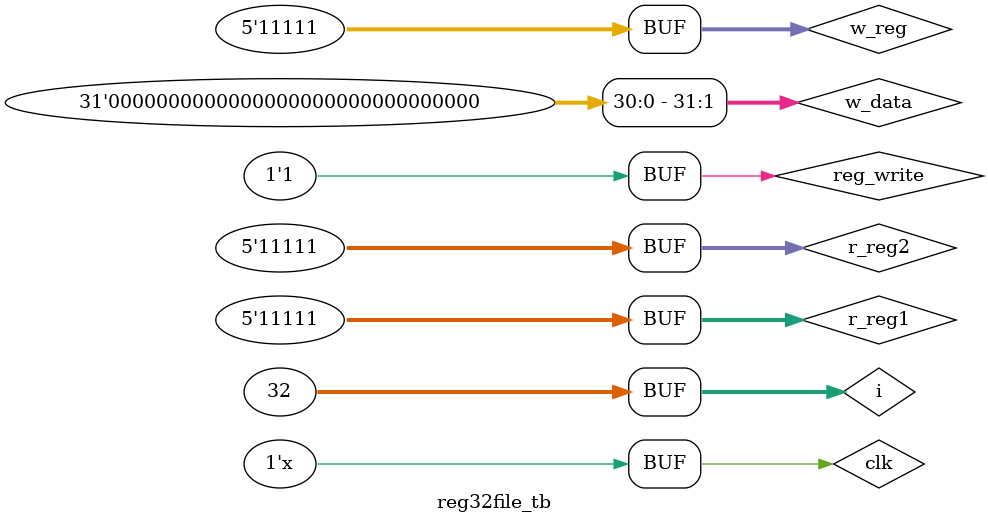
<source format=v>
module reg32file
(input clk,
 input reg_write,
 input [4:0] r_reg1,
 input [4:0] r_reg2,
 input [4:0] w_reg,
 input [31:0] w_data,
 output [31:0] r_data1,
 output [31:0] r_data2);

 reg [31:0] reg_file [0:31];

 assign r_data1 = reg_file[r_reg1];
 assign r_data2 = reg_file[r_reg2];

 always @(posedge clk)
	begin
	  if(reg_write)
	  begin
		reg_file[w_reg] <= w_data;
	  end
	end
endmodule

module reg32file_tb;

 reg clk, reg_write;
 reg [4:0] r_reg1, r_reg2, w_reg;
 reg [31:0] w_data;
 wire [31:0] r_data1, r_data2;

 integer i, j, k;

 reg32file x(.clk(clk),
	 .reg_write(reg_write),
	 .r_reg1(r_reg1),
	 .r_reg2(r_reg2),
	 .w_reg(w_reg),
	 .w_data(w_data),
	 .r_data1(r_data1),
	 .r_data2(r_data2));

always #5 clk = ~clk;
initial
begin 
clk <= 0;
reg_write <= 1;

	for (i=0;i<32;i=i+1)	//selecting the register to write
	begin
		w_data = $random;
		#5 w_reg <= i;
		#5 r_reg1 <= i;
		#5 r_reg2 <= i;
		#(5)
		$monitor("read port 1 = %d; read port 2 = %d;",r_data1,r_data2);
	end

end

endmodule

</source>
